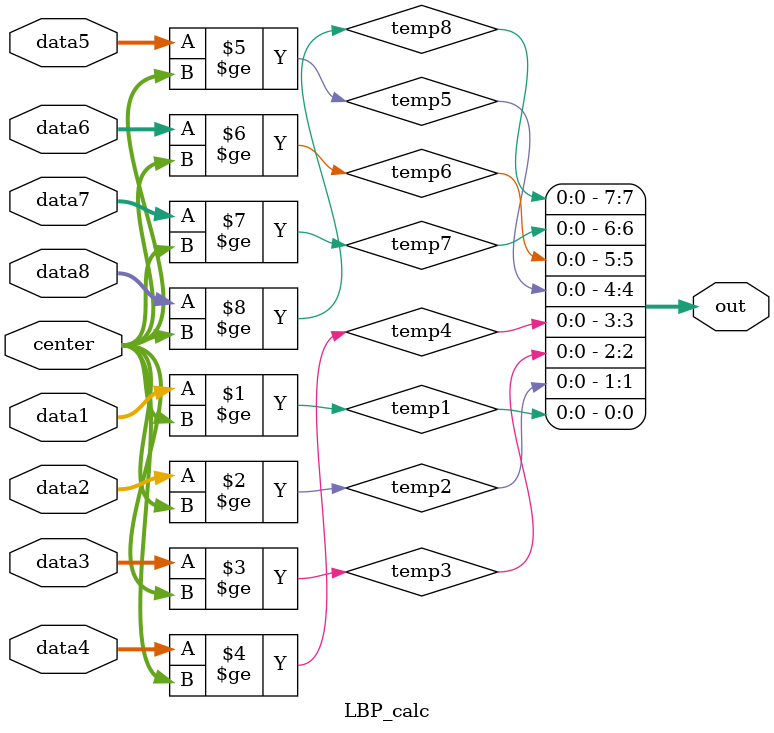
<source format=v>
module LBP # (
    parameter DATA_WIDTH = 8,              // AXI4 data width
    parameter ADDR_WIDTH = 15,             // AXI4 address width
    parameter STRB_WIDTH = (DATA_WIDTH/8)  // AXI4 strobe width
)
(
    // Clock and synchronous high reset
    input                   clk_A,
    input                   clk_B,
    input                   rst,
    input                   start,
    output                  finish,

    // Data AXI4 master interface
    output [ADDR_WIDTH-1:0] data_awaddr,
    output [           7:0] data_awlen,
    output [           2:0] data_awsize,
    output [           1:0] data_awburst,
    output                  data_awvalid,
    input                   data_awready,

    output [DATA_WIDTH-1:0] data_wdata,
    output [STRB_WIDTH-1:0] data_wstrb,
    output                  data_wlast,
    output                  data_wvalid,
    input                   data_wready,

    // input  [           1:0] data_bresp,
    // input                   data_bvalid,
    // output                  data_bready,

    output [ADDR_WIDTH-1:0] data_araddr,
    output [           7:0] data_arlen,
    output [           2:0] data_arsize,
    output [           1:0] data_arburst,
    output                  data_arvalid,
    input                   data_arready,

    input  [DATA_WIDTH-1:0] data_rdata,
    input  [           1:0] data_rresp,
    input                   data_rlast,
    input                   data_rvalid,
    output                  data_rready
);  
    localparam S_IDLE = 0;
    localparam S_CALC = 1;
    localparam S_FINISH = 2;

    reg [1:0] state_r, state_w;

    // CDC for control signal
    wire start_CDC, finish_or_not;
    wire handshake;
    reg handshake_r;

    CDC_control u_CDC(
        .clk_A(clk_A),
        .clk_B(clk_B),
        .rst(rst),
        .start(start),
        .finish(finish_or_not),
        .start_CDC(start_CDC),
        .finish_CDC(finish),
        .handshake(handshake)
    );

    // AXI control
    wire [7:0] data1, data2, data3, data4, data5, data6, data7, data8, center, LBP_out;
    wire LBP_start, AXI_read_finish, AXI_write_finish;

    AXI_Read_Control u_AXI_Read(
        .clk_B(clk_B),
        .rst(rst),
        .start(start_CDC),
        .LBP_start(LBP_start),
        .finish(AXI_read_finish),
        .data1(data1),
        .data2(data2),
        .data3(data3),
        .data4(data4),
        .data5(data5),
        .data6(data6),
        .data7(data7),
        .data8(data8),
        .center(center),

        .data_araddr(data_araddr),
        .data_arlen(data_arlen),
        .data_arsize(data_arsize),
        .data_arburst(data_arburst),
        .data_arvalid(data_arvalid),
        .data_arready(data_arready),

        .data_rdata(data_rdata),
        .data_rresp(data_rresp),
        .data_rlast(data_rlast),
        .data_rvalid(data_rvalid),
        .data_rready(data_rready)
    );

    AXI_Write_Control u_AXI_Write(
        .clk_B(clk_B),
        .rst(rst),
        .start(start_CDC),
        .write_start(LBP_start),
        .write_data(LBP_out),
        .finish(AXI_write_finish),

        .data_awaddr(data_awaddr),
        .data_awlen(data_awlen),
        .data_awsize(data_awsize),
        .data_awburst(data_awburst),
        .data_awvalid(data_awvalid),
        .data_awready(data_awready),

        .data_wdata(data_wdata),
        .data_wstrb(data_wstrb),
        .data_wlast(data_wlast),
        .data_wvalid(data_wvalid),
        .data_wready(data_wready)
    );

    // LBP calculation unit
    LBP_calc u_LBP_calc(
        .data1(data1),
        .data2(data2),
        .data3(data3),
        .data4(data4),
        .data5(data5),
        .data6(data6),
        .data7(data7),
        .data8(data8),
        .center(center),
        .out(LBP_out)
    );

    assign finish_or_not = (state_r==S_CALC && state_w==S_FINISH) || (state_r==S_FINISH && handshake && !handshake_r);

    // state transition
    always@ (*) begin
      case(state_r)
        S_IDLE:   state_w = (start_CDC) ? S_CALC : S_IDLE;
        S_CALC:   state_w = (AXI_read_finish && AXI_write_finish) ? S_FINISH : S_CALC;
        S_FINISH: state_w = S_FINISH;
        default : state_w = S_IDLE;
      endcase
    end 

    always@ (posedge clk_B or posedge rst) begin
        if(rst) begin
            state_r <= 0;
            handshake_r <= 0;
        end
        else begin
            state_r <= state_w;
            handshake_r <= handshake;
        end
    end
endmodule


module AXI_Read_Control(
    input           clk_B,
    input           rst,
    input           start,
    output reg      LBP_start,
    output          finish,
    output [ 7:0]   data1,
    output [ 7:0]   data2,
    output [ 7:0]   data3,
    output [ 7:0]   data4,
    output [ 7:0]   data5,
    output [ 7:0]   data6,
    output [ 7:0]   data7,
    output [ 7:0]   data8,
    output [ 7:0]   center,
    
    output reg [14:0]   data_araddr,
    output reg [ 7:0]   data_arlen,
    output reg [ 2:0]   data_arsize,
    output reg [ 1:0]   data_arburst,
    output reg          data_arvalid,
    input               data_arready,

    input  [7:0]        data_rdata,
    input  [1:0]        data_rresp,
    input               data_rlast,
    input               data_rvalid,
    output reg          data_rready
);
    localparam S_IDLE = 0;
    localparam S_PREP1 = 1;
    localparam S_READ1 = 2;
    localparam S_PREP2 = 3;
    localparam S_READ2 = 4;
    localparam S_PREP3 = 5;
    localparam S_READ3 = 6;
    localparam S_FINISH = 7;

    reg [2:0] state_r, state_w;

    // store input data from AXI ram
    reg [7:0] indata_r[0:8], indata_w[0:9];
    // counter
    reg [6:0]  countx_r;
    wire [6:0] countx_w;
    reg [6:0]  county_r;
    wire [6:0] county_w;
    wire [6:0] temp1, temp2;

    assign finish = state_r==S_FINISH;
    
    assign countx_w = (state_r==S_READ3 && state_w==S_PREP1 && countx_r==7'd125) ? 7'd0 : (state_r==S_READ3 && state_w==S_PREP1) ? countx_r + 1 : countx_r;
    assign county_w = (state_r==S_READ3 && state_w==S_PREP1 && countx_r==7'd125) ? county_r + 1 : county_r;
    assign temp1 = county_r + 1;
    assign temp2 = county_r + 2;

    assign data1 = indata_r[0];
    assign data2 = indata_r[1];
    assign data3 = indata_r[2];
    assign data4 = indata_r[3];
    assign data5 = indata_r[5];
    assign data6 = indata_r[6];
    assign data7 = indata_r[7];
    assign data8 = indata_r[8];
    assign center = indata_r[4];

    wire   LBP_start_w;
    assign LBP_start_w = (state_r==S_READ3 && data_rlast && data_rvalid);
    
    always@ (*) begin
        if(data_rvalid) begin
            indata_w[0] = indata_r[1];
            indata_w[1] = indata_r[2];
            indata_w[2] = indata_r[3];
            indata_w[3] = indata_r[4];
            indata_w[4] = indata_r[5];
            indata_w[5] = indata_r[6];
            indata_w[6] = indata_r[7];
            indata_w[7] = indata_r[8];
            indata_w[8] = data_rdata;
        end
        else begin
            indata_w[0] = indata_r[0];
            indata_w[1] = indata_r[1];
            indata_w[2] = indata_r[2];
            indata_w[3] = indata_r[3];
            indata_w[4] = indata_r[4];
            indata_w[5] = indata_r[5];
            indata_w[6] = indata_r[6];
            indata_w[7] = indata_r[7];
            indata_w[8] = indata_r[8];
        end
    end

    always@ (*) begin
        case(state_r)
            S_IDLE:   state_w = (start) ? S_PREP1 : S_IDLE;
            S_PREP1:  state_w = (data_arready && data_arvalid) ? S_READ1 : S_PREP1;
            S_READ1:  state_w = (data_rlast && data_rvalid) ? S_PREP2 : S_READ1;
            S_PREP2:  state_w = (data_arready && data_arvalid) ? S_READ2 : S_PREP2;
            S_READ2:  state_w = (data_rlast && data_rvalid) ? S_PREP3 : S_READ2;
            S_PREP3:  state_w = (data_arready && data_arvalid) ? S_READ3 : S_PREP3;
            S_READ3:  state_w = (data_rlast && data_rvalid && (county_r==7'd125 && countx_r==7'd125)) ? S_FINISH : (data_rlast && data_rvalid) ? S_PREP1 : S_READ3;
            S_FINISH: state_w = S_FINISH;
            default:  state_w = S_IDLE;
        endcase
    end

    always@ (posedge clk_B or posedge rst) begin
        if(rst) begin
            state_r <= 0;
            LBP_start <= 0;
            countx_r <= 0;
            county_r <= 0;

            indata_r[0] <= 0;
            indata_r[1] <= 0;
            indata_r[2] <= 0;
            indata_r[3] <= 0;
            indata_r[4] <= 0;
            indata_r[5] <= 0;
            indata_r[6] <= 0;
            indata_r[7] <= 0;
            indata_r[8] <= 0;
        end
        else begin
            state_r <= state_w;
            LBP_start <= LBP_start_w;
            countx_r <= countx_w;
            county_r <= county_w;

            indata_r[0] <= indata_w[0];
            indata_r[1] <= indata_w[1];
            indata_r[2] <= indata_w[2];
            indata_r[3] <= indata_w[3];
            indata_r[4] <= indata_w[4];
            indata_r[5] <= indata_w[5];
            indata_r[6] <= indata_w[6];
            indata_r[7] <= indata_w[7];
            indata_r[8] <= indata_w[8];
        end
    end

    // for ar channel control
    always@ (*) begin
        // some unchanged ports
        data_arsize = 3'd0;
        data_arburst = 2'b01;
        data_arlen = 8'd2;
        //other
        data_arvalid = 0;
        data_araddr = 0;

        case(state_r)
            S_PREP1: begin
                data_arvalid = 1;
                data_araddr = {1'b0, county_r, countx_r};
            end

            S_PREP2: begin
                data_arvalid = 1;
                data_araddr = {1'b0, temp1, countx_r};
            end

            S_PREP3: begin
                data_arvalid = 1;
                data_araddr = {1'b0, temp2, countx_r};
            end
        endcase
    end

    // for r channel control
    always@ (*) begin
        case(state_r)
            S_READ1, S_READ2, S_READ3: data_rready = 1;
            default: data_rready = 0;
        endcase
    end
endmodule

module AXI_Write_Control(
    input           clk_B,
    input           rst,
    input           start,
    input           write_start,
    input  [7:0]    write_data,
    output          finish,
    
    output reg [14:0]   data_awaddr,
    output reg [ 7:0]   data_awlen,
    output reg [ 2:0]   data_awsize,
    output reg [ 1:0]   data_awburst,
    output reg          data_awvalid,
    input               data_awready,

    output reg [ 7:0]   data_wdata,
    output reg          data_wstrb,
    output reg          data_wlast,
    output reg          data_wvalid,
    input               data_wready
);
    localparam S_IDLE = 0;
    localparam S_PREP = 1;
    localparam S_WRITE = 2;
    localparam S_FINISH = 3;

    reg [1:0] state_r, state_w;
    reg [6:0] count_r;
    wire [6:0] count_w;
    wire [13:0] temp, temp2;

    assign finish = state_r==S_FINISH;
    assign count_w = (state_w==S_PREP && state_r==S_WRITE) ? count_r + 1 : count_r;
    assign temp2 = count_r << 7;
    assign temp = (14'd129) + temp2;

    always@ (*) begin
        case(state_r)
            S_IDLE:     state_w = (start) ? S_PREP : S_IDLE;
            S_PREP:     state_w = (data_awvalid && data_awready) ? S_WRITE : S_PREP;
            S_WRITE:    state_w = (data_wready) ? S_WRITE : (count_r==7'd125) ? S_FINISH : S_PREP;
            S_FINISH:   state_w = S_FINISH;
            default:    state_w = S_IDLE;
        endcase
    end

    always @(posedge clk_B or posedge rst) begin
        if(rst) begin
            state_r <= S_IDLE;
            count_r <= 0;
        end
        else begin
            state_r <= state_w;
            count_r <= count_w;
        end
    end

    // aw channel control
    always@ (*) begin
        // some unchanged ports
        data_awsize = 3'd0;
        data_awburst = 2'b01;
        data_awlen = 8'd125;
        // other
        data_awaddr = 0;
        data_awvalid = 0;

        if(state_r == S_PREP) begin
            data_awvalid = 1;
            data_awaddr = {1'b1, temp};
        end
    end

    // w channel control
    always@ (*) begin
        // some unchanged ports
        data_wstrb = 1'b1;
        data_wlast = 1'b0;
        // other
        data_wdata = 0;
        data_wvalid = 0;
        
        if(state_r == S_WRITE && write_start) begin
            data_wdata = write_data;
            data_wvalid = 1;
        end
    end
endmodule


module CDC_control(
    input clk_A,
    input clk_B,
    input rst,
    input start,
    input finish,
    output start_CDC,
    output finish_CDC,
    output handshake
);
    // For normal 2FF
    reg start_clkB1_r, start_clkB2_r;
    assign start_CDC = start_clkB2_r;

    always@ (posedge clk_B or posedge rst) begin
        if(rst) begin
            start_clkB1_r <= 0;
            start_clkB2_r <= 0;
        end
        else begin
            start_clkB1_r <= start;
            start_clkB2_r <= start_clkB1_r;
        end
    end
    
    // For Pulse Synchronizer
    reg  pulse_clkB_r;
    wire pulse_clkB_w;
    reg  pulse_clkA1_r, pulse_clkA2_r, pulse_clkA3_r;
    assign pulse_clkB_w = pulse_clkB_r ^ finish;
    assign finish_CDC = pulse_clkA3_r ^ pulse_clkA2_r;
    
    always@ (posedge clk_B or posedge rst) begin
        if(rst) pulse_clkB_r  <= 0;
        else    pulse_clkB_r  <= pulse_clkB_w;
    end

    always@ (posedge clk_A or posedge rst) begin
        if(rst) begin
            pulse_clkA1_r <= 0;
            pulse_clkA2_r <= 0;
            pulse_clkA3_r <= 0;
        end
        else begin
            pulse_clkA1_r <= pulse_clkB_r;
            pulse_clkA2_r <= pulse_clkA1_r;
            pulse_clkA3_r <= pulse_clkA2_r;
        end
    end

    // Another 2FF for sending handshake data back to clk B
    reg finish_clkB1_r, finish_clkB2_r;
    assign handshake = finish_clkB2_r;
    
    always@ (posedge clk_B or posedge rst) begin
        if(rst) begin
            finish_clkB1_r <= 0;
            finish_clkB2_r <= 0;
        end
        else begin
            finish_clkB1_r <= finish_CDC;
            finish_clkB2_r <= finish_clkB1_r;
        end
    end
endmodule


module LBP_calc (
    input [7:0] data1,
    input [7:0] data2,
    input [7:0] data3,
    input [7:0] data4,
    input [7:0] data5,
    input [7:0] data6,
    input [7:0] data7,
    input [7:0] data8,
    input [7:0] center,
    output [7:0] out
);  
    wire temp1, temp2, temp3, temp4, temp5, temp6, temp7, temp8;
    assign temp1 = data1 >= center;
    assign temp2 = data2 >= center;
    assign temp3 = data3 >= center;
    assign temp4 = data4 >= center;
    assign temp5 = data5 >= center;
    assign temp6 = data6 >= center;
    assign temp7 = data7 >= center;
    assign temp8 = data8 >= center;
    assign out   = {temp8, temp7, temp6, temp5, temp4, temp3, temp2, temp1};
endmodule

</source>
